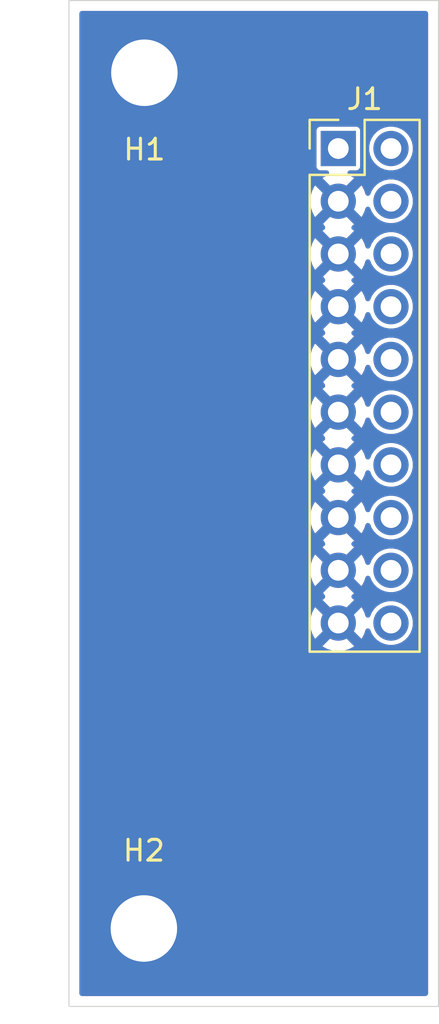
<source format=kicad_pcb>
(kicad_pcb (version 20241229) (generator "pcbnew") (generator_version "9.0")
  (layers (0 "F.Cu" signal) (2 "B.Cu" signal) (13 "F.Paste" user) (15 "B.Paste" user) (5 "F.SilkS" user "F.Silkscreen") (7 "B.SilkS" user "B.Silkscreen") (1 "F.Mask" user) (3 "B.Mask" user) (25 "Edge.Cuts" user))
  (net 0 "")
  (net 1 "GND")
  (net 2 "PWM0")
  (net 3 "I{slash}O3")
  (net 4 "ADC")
  (net 5 "+5V")
  (net 6 "PWM1")
  (net 7 "I{slash}O2")
  (net 8 "I{slash}O4")
  (net 9 "+3.3V")
  (net 10 "PWM2")
  (net 11 "I{slash}O1")
  (net 12 "I{slash}O0")
  (footprint "" (layer "F.Cu") (at 135.78 67.08)
    (property "Reference" "" (at 0 0 0) (layer "F.SilkS") (effects (font (size 1.27 1.27))))
    (property "Value" "")
    (pad "1" thru_hole circle (at 0 0) (size 5.6 5.6) (drill 3.2) (layers "*.Cu" "*.Mask") (net 1 "GND"))
  )
  (footprint "MountingHole:MountingHole_3.2mm_M3_DIN965_Pad" (layer "F.Cu") (at 135.78 67.08)
    (property "Reference" "H1" (at 0 3.7 0) (layer "F.SilkS"))
    (property "Value" "MountingHole_Pad")
    (pad "1" thru_hole circle (at 0 0) (size 5.6 5.6) (drill 3.2) (layers "*.Cu" "*.Mask") (net 1 "GND"))
  )
  (footprint "MountingHole:MountingHole_3.2mm_M3_DIN965_Pad" (layer "F.Cu") (at 135.755 108.305)
    (property "Reference" "H2" (at 0 -3.75 0) (layer "F.SilkS"))
    (property "Value" "MountingHole_Pad")
    (pad "1" thru_hole circle (at 0 0) (size 5.6 5.6) (drill 3.2) (layers "*.Cu" "*.Mask") (net 1 "GND"))
  )
  (footprint "" (layer "F.Cu") (at 135.755 108.305)
    (property "Reference" "" (at 0 0 0) (layer "F.SilkS") (effects (font (size 1.27 1.27))))
    (property "Value" "")
    (pad "1" thru_hole circle (at 0 0) (size 5.6 5.6) (drill 3.2) (layers "*.Cu" "*.Mask") (net 1 "GND"))
  )
  (footprint "Connector_PinHeader_2.54mm:PinHeader_2x10_P2.54mm_Vertical" (layer "F.Cu") (at 145.125 70.73)
    (property "Reference" "J1" (at 1.27 -2.38 0) (layer "F.SilkS"))
    (property "Value" "CON")
    (fp_line (start -1.38 -1.38) (end 0 -1.38) (stroke (width 0.12)) (layer "F.SilkS"))
    (fp_line (start -1.38 0) (end -1.38 -1.38) (stroke (width 0.12)) (layer "F.SilkS"))
    (fp_line (start -1.38 1.27) (end -1.38 24.24) (stroke (width 0.12)) (layer "F.SilkS"))
    (fp_line (start -1.38 1.27) (end 1.27 1.27) (stroke (width 0.12)) (layer "F.SilkS"))
    (fp_line (start -1.38 24.24) (end 3.92 24.24) (stroke (width 0.12)) (layer "F.SilkS"))
    (fp_line (start 1.27 -1.38) (end 3.92 -1.38) (stroke (width 0.12)) (layer "F.SilkS"))
    (fp_line (start 1.27 1.27) (end 1.27 -1.38) (stroke (width 0.12)) (layer "F.SilkS"))
    (fp_line (start 3.92 -1.38) (end 3.92 24.24) (stroke (width 0.12)) (layer "F.SilkS"))
    (pad "1" thru_hole rect (at 0 0) (size 1.7 1.7) (drill 1) (layers "*.Cu" "*.Mask") (net 5 "+5V"))
    (pad "2" thru_hole circle (at 2.54 0) (size 1.7 1.7) (drill 1) (layers "*.Cu" "*.Mask") (net 9 "+3.3V"))
    (pad "3" thru_hole circle (at 0 2.54) (size 1.7 1.7) (drill 1) (layers "*.Cu" "*.Mask") (net 1 "GND"))
    (pad "4" thru_hole circle (at 2.54 2.54) (size 1.7 1.7) (drill 1) (layers "*.Cu" "*.Mask") (net 3 "I{slash}O3"))
    (pad "5" thru_hole circle (at 0 5.08) (size 1.7 1.7) (drill 1) (layers "*.Cu" "*.Mask") (net 1 "GND"))
    (pad "6" thru_hole circle (at 2.54 5.08) (size 1.7 1.7) (drill 1) (layers "*.Cu" "*.Mask") (net 7 "I{slash}O2"))
    (pad "7" thru_hole circle (at 0 7.62) (size 1.7 1.7) (drill 1) (layers "*.Cu" "*.Mask") (net 1 "GND"))
    (pad "8" thru_hole circle (at 2.54 7.62) (size 1.7 1.7) (drill 1) (layers "*.Cu" "*.Mask") (net 11 "I{slash}O1"))
    (pad "9" thru_hole circle (at 0 10.16) (size 1.7 1.7) (drill 1) (layers "*.Cu" "*.Mask") (net 1 "GND"))
    (pad "10" thru_hole circle (at 2.54 10.16) (size 1.7 1.7) (drill 1) (layers "*.Cu" "*.Mask") (net 12 "I{slash}O0"))
    (pad "11" thru_hole circle (at 0 12.7) (size 1.7 1.7) (drill 1) (layers "*.Cu" "*.Mask") (net 1 "GND"))
    (pad "12" thru_hole circle (at 2.54 12.7) (size 1.7 1.7) (drill 1) (layers "*.Cu" "*.Mask") (net 10 "PWM2"))
    (pad "13" thru_hole circle (at 0 15.24) (size 1.7 1.7) (drill 1) (layers "*.Cu" "*.Mask") (net 1 "GND"))
    (pad "14" thru_hole circle (at 2.54 15.24) (size 1.7 1.7) (drill 1) (layers "*.Cu" "*.Mask") (net 6 "PWM1"))
    (pad "15" thru_hole circle (at 0 17.78) (size 1.7 1.7) (drill 1) (layers "*.Cu" "*.Mask") (net 1 "GND"))
    (pad "16" thru_hole circle (at 2.54 17.78) (size 1.7 1.7) (drill 1) (layers "*.Cu" "*.Mask") (net 4 "ADC"))
    (pad "17" thru_hole circle (at 0 20.32) (size 1.7 1.7) (drill 1) (layers "*.Cu" "*.Mask") (net 1 "GND"))
    (pad "18" thru_hole circle (at 2.54 20.32) (size 1.7 1.7) (drill 1) (layers "*.Cu" "*.Mask") (net 2 "PWM0"))
    (pad "19" thru_hole circle (at 0 22.86) (size 1.7 1.7) (drill 1) (layers "*.Cu" "*.Mask") (net 1 "GND"))
    (pad "20" thru_hole circle (at 2.54 22.86) (size 1.7 1.7) (drill 1) (layers "*.Cu" "*.Mask") (net 8 "I{slash}O4"))
  )
  (gr_rect (start 132.145 63.6) (end 149.955 112.06) (stroke (width 0.05)) (fill no) (layer "Edge.Cuts"))
  (zone (net 1) (net_name "GND") (layers "F.Cu" "B.Cu") (connect_pads (clearance 0.2)) (min_thickness 0.25) (fill yes (thermal_gap 0.5) (thermal_bridge_width 0.5))
    (polygon (pts (xy 132.15 63.605) (xy 149.95 63.605) (xy 149.95 112.055) (xy 132.15 112.055)))
  )
)
</source>
